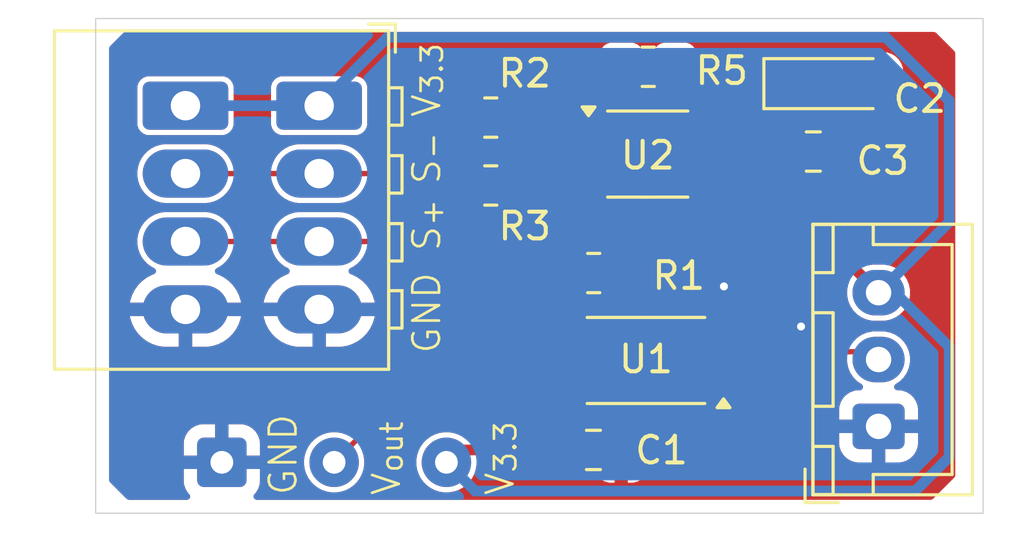
<source format=kicad_pcb>
(kicad_pcb (version 20241229) (generator "pcbnew") (generator_version "9.0")
  (layers (0 "F.Cu" signal) (2 "B.Cu" signal) (13 "F.Paste" user) (15 "B.Paste" user) (5 "F.SilkS" user "F.Silkscreen") (7 "B.SilkS" user "B.Silkscreen") (1 "F.Mask" user) (3 "B.Mask" user) (25 "Edge.Cuts" user))
  (net 0 "")
  (net 1 "V_{3.3}")
  (net 2 "GND")
  (net 3 "V_{out}")
  (net 4 "Net-(J3-Pin_2)")
  (net 5 "Net-(R5-Pad1)")
  (net 6 "Net-(U1B-+)")
  (net 7 "Net-(U1A--)")
  (net 8 "Net-(R5-Pad2)")
  (net 9 "S_{+}")
  (net 10 "S_{-}")
  (net 11 "Net-(R1-Pad1)")
  (net 12 "Net-(U2--)")
  (net 13 "Net-(U2-+)")
  (footprint "Package_SO:MSOP-8_3x3mm_P0.65mm" (layer "F.Cu") (at 54.765 52.8)
    (property "Reference" "U2" (at 0 0.05 0) (layer "F.SilkS"))
    (property "Value" "AD623")
    (fp_line (start 0 -1.61) (end -1.5 -1.61) (stroke (width 0.12)) (layer "F.SilkS"))
    (fp_line (start 0 -1.61) (end 1.5 -1.61) (stroke (width 0.12)) (layer "F.SilkS"))
    (fp_line (start 0 1.61) (end -1.5 1.61) (stroke (width 0.12)) (layer "F.SilkS"))
    (fp_line (start 0 1.61) (end 1.5 1.61) (stroke (width 0.12)) (layer "F.SilkS"))
    (fp_poly (pts (xy -2.2125 -1.435) (xy -2.4525 -1.765) (xy -1.9725 -1.765) (xy -2.2125 -1.435)) (stroke (width 0.12)) (fill yes) (layer "F.SilkS"))
    (pad "1" smd roundrect (at -2.1125 -0.975) (size 1.625 0.4) (layers "F.Cu" "F.Mask" "F.Paste") (net 8 "Net-(R5-Pad2)"))
    (pad "2" smd roundrect (at -2.1125 -0.325) (size 1.625 0.4) (layers "F.Cu" "F.Mask" "F.Paste") (net 12 "Net-(U2--)"))
    (pad "3" smd roundrect (at -2.1125 0.325) (size 1.625 0.4) (layers "F.Cu" "F.Mask" "F.Paste") (net 13 "Net-(U2-+)"))
    (pad "4" smd roundrect (at -2.1125 0.975) (size 1.625 0.4) (layers "F.Cu" "F.Mask" "F.Paste") (net 2 "GND"))
    (pad "5" smd roundrect (at 2.1125 0.975) (size 1.625 0.4) (layers "F.Cu" "F.Mask" "F.Paste") (net 7 "Net-(U1A--)"))
    (pad "6" smd roundrect (at 2.1125 0.325) (size 1.625 0.4) (layers "F.Cu" "F.Mask" "F.Paste") (net 11 "Net-(R1-Pad1)"))
    (pad "7" smd roundrect (at 2.1125 -0.325) (size 1.625 0.4) (layers "F.Cu" "F.Mask" "F.Paste") (net 1 "V_{3.3}"))
    (pad "8" smd roundrect (at 2.1125 -0.975) (size 1.625 0.4) (layers "F.Cu" "F.Mask" "F.Paste") (net 5 "Net-(R5-Pad1)"))
  )
  (footprint "Resistor_SMD:R_0805_2012Metric_Pad1.20x1.40mm_HandSolder" (layer "F.Cu") (at 54.785 49.535 180)
    (property "Reference" "R5" (at -2.75 -0.15 0) (layer "F.SilkS"))
    (property "Value" "250")
    (fp_line (start -0.227064 0.735) (end 0.227064 0.735) (stroke (width 0.12)) (layer "F.SilkS"))
    (fp_line (start -0.227064 -0.735) (end 0.227064 -0.735) (stroke (width 0.12)) (layer "F.SilkS"))
    (pad "1" smd roundrect (at -1 0 180) (size 1.2 1.4) (layers "F.Cu" "F.Mask" "F.Paste") (roundrect_rratio 0.208333) (net 5 "Net-(R5-Pad1)"))
    (pad "2" smd roundrect (at 1 0 180) (size 1.2 1.4) (layers "F.Cu" "F.Mask" "F.Paste") (roundrect_rratio 0.208333) (net 8 "Net-(R5-Pad2)"))
  )
  (footprint "TerminalBlock_WAGO:TerminalBlock_WAGO_233-504_2x04_P2.54mm" (layer "F.Cu") (at 42.475 50.99 -90)
    (property "Reference" "J1" (hide yes))
    (property "Value" "Terminal_01x04")
    (fp_line (start -2.8 9.9) (end -2.8 -2.6) (stroke (width 0.12)) (layer "F.SilkS"))
    (fp_line (start 9.86 9.9) (end -2.8 9.9) (stroke (width 0.12)) (layer "F.SilkS"))
    (fp_line (start -2.8 -2.6) (end 9.86 -2.6) (stroke (width 0.12)) (layer "F.SilkS"))
    (fp_line (start 9.86 -2.6) (end 9.86 9.9) (stroke (width 0.12)) (layer "F.SilkS"))
    (fp_line (start -3.05 -2.85) (end -3.05 -1.85) (stroke (width 0.12)) (layer "F.SilkS"))
    (fp_line (start -3.05 -2.85) (end -2 -2.85) (stroke (width 0.12)) (layer "F.SilkS"))
    (fp_rect (start 6.92 -3.098738) (end 8.32 -2.598738) (stroke (width 0.12)) (fill no) (layer "F.SilkS"))
    (fp_rect (start -0.67 -3.1) (end 0.73 -2.6) (stroke (width 0.12)) (fill no) (layer "F.SilkS"))
    (fp_rect (start 1.87 -3.1) (end 3.27 -2.6) (stroke (width 0.12)) (fill no) (layer "F.SilkS"))
    (fp_rect (start 4.41 -3.1) (end 5.81 -2.6) (stroke (width 0.12)) (fill no) (layer "F.SilkS"))
    (pad "1" thru_hole roundrect (at 0 0 270) (size 1.8 3.2) (drill 1.1) (layers "*.Cu" "*.Mask") (roundrect_rratio 0.1388888889) (net 1 "V_{3.3}"))
    (pad "1" thru_hole roundrect (at 0 5 270) (size 1.8 3.2) (drill 1.1) (layers "*.Cu" "*.Mask") (roundrect_rratio 0.1388888889) (net 1 "V_{3.3}"))
    (pad "2" thru_hole oval (at 2.54 0 270) (size 1.8 3.2) (drill 1.1) (layers "*.Cu" "*.Mask") (net 10 "S_{-}"))
    (pad "2" thru_hole oval (at 2.54 5 270) (size 1.8 3.2) (drill 1.1) (layers "*.Cu" "*.Mask") (net 10 "S_{-}"))
    (pad "3" thru_hole oval (at 5.08 0 270) (size 1.8 3.2) (drill 1.1) (layers "*.Cu" "*.Mask") (net 9 "S_{+}"))
    (pad "3" thru_hole oval (at 5.08 5 270) (size 1.8 3.2) (drill 1.1) (layers "*.Cu" "*.Mask") (net 9 "S_{+}"))
    (pad "4" thru_hole oval (at 7.62 0 270) (size 1.8 3.2) (drill 1.1) (layers "*.Cu" "*.Mask") (net 2 "GND"))
    (pad "4" thru_hole oval (at 7.62 5 270) (size 1.8 3.2) (drill 1.1) (layers "*.Cu" "*.Mask") (net 2 "GND"))
  )
  (footprint "Capacitor_Tantalum_SMD:CP_EIA-3216-10_Kemet-I_Pad1.58x1.35mm_HandSolder" (layer "F.Cu") (at 61.595 50.165)
    (property "Reference" "C2" (at 3.345 0.565 0) (layer "F.SilkS"))
    (property "Value" "10u")
    (fp_line (start -2.485 -0.935) (end -2.485 0.935) (stroke (width 0.12)) (layer "F.SilkS"))
    (fp_line (start -2.485 0.935) (end 1.6 0.935) (stroke (width 0.12)) (layer "F.SilkS"))
    (fp_line (start 1.6 -0.935) (end -2.485 -0.935) (stroke (width 0.12)) (layer "F.SilkS"))
    (pad "1" smd roundrect (at -1.4375 0) (size 1.575 1.35) (layers "F.Cu" "F.Mask" "F.Paste") (roundrect_rratio 0.185185) (net 1 "V_{3.3}"))
    (pad "2" smd roundrect (at 1.4375 0) (size 1.575 1.35) (layers "F.Cu" "F.Mask" "F.Paste") (roundrect_rratio 0.185185) (net 2 "GND"))
  )
  (footprint "Resistor_SMD:R_0805_2012Metric_Pad1.20x1.40mm_HandSolder" (layer "F.Cu") (at 52.745 57.25 180)
    (property "Reference" "R1" (at -3.18 -0.1 0) (layer "F.SilkS"))
    (property "Value" "51k")
    (fp_line (start -0.227064 0.735) (end 0.227064 0.735) (stroke (width 0.12)) (layer "F.SilkS"))
    (fp_line (start -0.227064 -0.735) (end 0.227064 -0.735) (stroke (width 0.12)) (layer "F.SilkS"))
    (pad "1" smd roundrect (at -1 0 180) (size 1.2 1.4) (layers "F.Cu" "F.Mask" "F.Paste") (roundrect_rratio 0.208333) (net 11 "Net-(R1-Pad1)"))
    (pad "2" smd roundrect (at 1 0 180) (size 1.2 1.4) (layers "F.Cu" "F.Mask" "F.Paste") (roundrect_rratio 0.208333) (net 6 "Net-(U1B-+)"))
  )
  (footprint "Capacitor_SMD:C_0805_2012Metric_Pad1.18x1.45mm_HandSolder" (layer "F.Cu") (at 52.735 63.8675 180)
    (property "Reference" "C1" (at -2.545 -0.0125 0) (layer "F.SilkS"))
    (property "Value" "0.1u")
    (fp_line (start -0.261252 0.735) (end 0.261252 0.735) (stroke (width 0.12)) (layer "F.SilkS"))
    (fp_line (start -0.261252 -0.735) (end 0.261252 -0.735) (stroke (width 0.12)) (layer "F.SilkS"))
    (pad "1" smd roundrect (at -1.0375 0 180) (size 1.175 1.45) (layers "F.Cu" "F.Mask" "F.Paste") (roundrect_rratio 0.212766) (net 2 "GND"))
    (pad "2" smd roundrect (at 1.0375 0 180) (size 1.175 1.45) (layers "F.Cu" "F.Mask" "F.Paste") (roundrect_rratio 0.212766) (net 1 "V_{3.3}"))
  )
  (footprint "Resistor_SMD:R_0805_2012Metric_Pad1.20x1.40mm_HandSolder" (layer "F.Cu") (at 48.895 51.435)
    (property "Reference" "R2" (at 1.27 -1.65 0) (layer "F.SilkS"))
    (property "Value" "1k")
    (fp_line (start -0.227064 -0.735) (end 0.227064 -0.735) (stroke (width 0.12)) (layer "F.SilkS"))
    (fp_line (start -0.227064 0.735) (end 0.227064 0.735) (stroke (width 0.12)) (layer "F.SilkS"))
    (pad "1" smd roundrect (at -1 0) (size 1.2 1.4) (layers "F.Cu" "F.Mask" "F.Paste") (roundrect_rratio 0.208333) (net 10 "S_{-}"))
    (pad "2" smd roundrect (at 1 0) (size 1.2 1.4) (layers "F.Cu" "F.Mask" "F.Paste") (roundrect_rratio 0.208333) (net 12 "Net-(U2--)"))
  )
  (footprint "Connector_JST:JST_XH_B3B-XH-A_1x03_P2.50mm_Vertical" (layer "F.Cu") (at 63.4 62.985 90)
    (property "Reference" "J3" (hide yes))
    (property "Value" "Conn_01x03_Socket")
    (fp_line (start -1.6 -2.75) (end -2.85 -2.75) (stroke (width 0.12)) (layer "F.SilkS"))
    (fp_line (start -2.85 -2.75) (end -2.85 -1.5) (stroke (width 0.12)) (layer "F.SilkS"))
    (fp_line (start 7.56 -2.46) (end -2.56 -2.46) (stroke (width 0.12)) (layer "F.SilkS"))
    (fp_line (start -2.56 -2.46) (end -2.56 3.51) (stroke (width 0.12)) (layer "F.SilkS"))
    (fp_line (start 7.55 -2.45) (end 5.75 -2.45) (stroke (width 0.12)) (layer "F.SilkS"))
    (fp_line (start 5.75 -2.45) (end 5.75 -1.7) (stroke (width 0.12)) (layer "F.SilkS"))
    (fp_line (start 4.25 -2.45) (end 0.75 -2.45) (stroke (width 0.12)) (layer "F.SilkS"))
    (fp_line (start 0.75 -2.45) (end 0.75 -1.7) (stroke (width 0.12)) (layer "F.SilkS"))
    (fp_line (start -0.75 -2.45) (end -2.55 -2.45) (stroke (width 0.12)) (layer "F.SilkS"))
    (fp_line (start -2.55 -2.45) (end -2.55 -1.7) (stroke (width 0.12)) (layer "F.SilkS"))
    (fp_line (start 7.55 -1.7) (end 7.55 -2.45) (stroke (width 0.12)) (layer "F.SilkS"))
    (fp_line (start 5.75 -1.7) (end 7.55 -1.7) (stroke (width 0.12)) (layer "F.SilkS"))
    (fp_line (start 4.25 -1.7) (end 4.25 -2.45) (stroke (width 0.12)) (layer "F.SilkS"))
    (fp_line (start 0.75 -1.7) (end 4.25 -1.7) (stroke (width 0.12)) (layer "F.SilkS"))
    (fp_line (start -0.75 -1.7) (end -0.75 -2.45) (stroke (width 0.12)) (layer "F.SilkS"))
    (fp_line (start -2.55 -1.7) (end -0.75 -1.7) (stroke (width 0.12)) (layer "F.SilkS"))
    (fp_line (start 7.55 -0.2) (end 6.8 -0.2) (stroke (width 0.12)) (layer "F.SilkS"))
    (fp_line (start 6.8 -0.2) (end 6.8 2.75) (stroke (width 0.12)) (layer "F.SilkS"))
    (fp_line (start -1.8 -0.2) (end -1.8 2.75) (stroke (width 0.12)) (layer "F.SilkS"))
    (fp_line (start -2.55 -0.2) (end -1.8 -0.2) (stroke (width 0.12)) (layer "F.SilkS"))
    (fp_line (start 6.8 2.75) (end 2.5 2.75) (stroke (width 0.12)) (layer "F.SilkS"))
    (fp_line (start -1.8 2.75) (end 2.5 2.75) (stroke (width 0.12)) (layer "F.SilkS"))
    (fp_line (start 7.56 3.51) (end 7.56 -2.46) (stroke (width 0.12)) (layer "F.SilkS"))
    (fp_line (start -2.56 3.51) (end 7.56 3.51) (stroke (width 0.12)) (layer "F.SilkS"))
    (pad "1" thru_hole roundrect (at 0 0 90) (size 1.7 1.95) (drill 0.95) (layers "*.Cu" "*.Mask") (roundrect_rratio 0.147059) (net 2 "GND"))
    (pad "2" thru_hole oval (at 2.5 0 90) (size 1.7 1.95) (drill 0.95) (layers "*.Cu" "*.Mask") (net 4 "Net-(J3-Pin_2)"))
    (pad "3" thru_hole oval (at 5 0 90) (size 1.7 1.95) (drill 0.95) (layers "*.Cu" "*.Mask") (net 1 "V_{3.3}"))
  )
  (footprint "Resistor_SMD:R_0805_2012Metric_Pad1.20x1.40mm_HandSolder" (layer "F.Cu") (at 48.895 53.975)
    (property "Reference" "R3" (at 1.27 1.525 0) (layer "F.SilkS"))
    (property "Value" "1k")
    (fp_line (start -0.227064 -0.735) (end 0.227064 -0.735) (stroke (width 0.12)) (layer "F.SilkS"))
    (fp_line (start -0.227064 0.735) (end 0.227064 0.735) (stroke (width 0.12)) (layer "F.SilkS"))
    (pad "1" smd roundrect (at -1 0) (size 1.2 1.4) (layers "F.Cu" "F.Mask" "F.Paste") (roundrect_rratio 0.208333) (net 9 "S_{+}"))
    (pad "2" smd roundrect (at 1 0) (size 1.2 1.4) (layers "F.Cu" "F.Mask" "F.Paste") (roundrect_rratio 0.208333) (net 13 "Net-(U2-+)"))
  )
  (footprint "Capacitor_SMD:C_0805_2012Metric_Pad1.18x1.45mm_HandSolder" (layer "F.Cu") (at 60.96 52.705)
    (property "Reference" "C3" (at 2.595 0.345 0) (layer "F.SilkS"))
    (property "Value" "0.1u")
    (fp_line (start -0.261252 -0.735) (end 0.261252 -0.735) (stroke (width 0.12)) (layer "F.SilkS"))
    (fp_line (start -0.261252 0.735) (end 0.261252 0.735) (stroke (width 0.12)) (layer "F.SilkS"))
    (pad "1" smd roundrect (at -1.0375 0) (size 1.175 1.45) (layers "F.Cu" "F.Mask" "F.Paste") (roundrect_rratio 0.212766) (net 1 "V_{3.3}"))
    (pad "2" smd roundrect (at 1.0375 0) (size 1.175 1.45) (layers "F.Cu" "F.Mask" "F.Paste") (roundrect_rratio 0.212766) (net 2 "GND"))
  )
  (footprint "Connector_Wire:SolderWire-0.25sqmm_1x03_P4.2mm_D0.65mm_OD1.7mm" (layer "F.Cu") (at 38.835 64.33)
    (property "Reference" "J2" (hide yes))
    (property "Value" "Conn_01x03_Pin")
    (pad "1" thru_hole roundrect (at 0 0) (size 1.85 1.85) (drill 0.85) (layers "*.Cu" "*.Mask") (roundrect_rratio 0.135135) (net 2 "GND"))
    (pad "2" thru_hole circle (at 4.2 0) (size 1.85 1.85) (drill 0.85) (layers "*.Cu" "*.Mask") (net 3 "V_{out}"))
    (pad "3" thru_hole circle (at 8.4 0) (size 1.85 1.85) (drill 0.85) (layers "*.Cu" "*.Mask") (net 1 "V_{3.3}"))
  )
  (footprint "Package_SO:TSSOP-8_4.4x3mm_P0.65mm" (layer "F.Cu") (at 54.7 60.52 180)
    (property "Reference" "U1" (at 0 0.05 180) (layer "F.SilkS"))
    (property "Value" "tlv9152")
    (fp_line (start 0 1.61) (end 2.2 1.61) (stroke (width 0.12)) (layer "F.SilkS"))
    (fp_line (start 0 1.61) (end -2.2 1.61) (stroke (width 0.12)) (layer "F.SilkS"))
    (fp_line (start 0 -1.61) (end 2.2 -1.61) (stroke (width 0.12)) (layer "F.SilkS"))
    (fp_line (start 0 -1.61) (end -2.2 -1.61) (stroke (width 0.12)) (layer "F.SilkS"))
    (fp_poly (pts (xy -2.9 -1.435) (xy -3.14 -1.765) (xy -2.66 -1.765) (xy -2.9 -1.435)) (stroke (width 0.12)) (fill yes) (layer "F.SilkS"))
    (pad "1" smd roundrect (at -2.8625 -0.975 180) (size 1.475 0.4) (layers "F.Cu" "F.Mask" "F.Paste") (net 7 "Net-(U1A--)"))
    (pad "2" smd roundrect (at -2.8625 -0.325 180) (size 1.475 0.4) (layers "F.Cu" "F.Mask" "F.Paste") (net 7 "Net-(U1A--)"))
    (pad "3" smd roundrect (at -2.8625 0.325 180) (size 1.475 0.4) (layers "F.Cu" "F.Mask" "F.Paste") (net 4 "Net-(J3-Pin_2)"))
    (pad "4" smd roundrect (at -2.8625 0.975 180) (size 1.475 0.4) (layers "F.Cu" "F.Mask" "F.Paste") (net 2 "GND"))
    (pad "5" smd roundrect (at 2.8625 0.975 180) (size 1.475 0.4) (layers "F.Cu" "F.Mask" "F.Paste") (net 6 "Net-(U1B-+)"))
    (pad "6" smd roundrect (at 2.8625 0.325 180) (size 1.475 0.4) (layers "F.Cu" "F.Mask" "F.Paste") (net 3 "V_{out}"))
    (pad "7" smd roundrect (at 2.8625 -0.325 180) (size 1.475 0.4) (layers "F.Cu" "F.Mask" "F.Paste") (net 3 "V_{out}"))
    (pad "8" smd roundrect (at 2.8625 -0.975 180) (size 1.475 0.4) (layers "F.Cu" "F.Mask" "F.Paste") (net 1 "V_{3.3}"))
  )
  (gr_rect (start 34.115 47.73) (end 67.31 66.235) (stroke (width 0.05)) (fill no) (layer "Edge.Cuts"))
  (gr_text "S_{+}" (at 47.085 56.5 90) (layer "F.SilkS") (effects (font (size 1 1) (thickness 0.1)) (justify left bottom)))
  (gr_text "V_{3.3}" (at 47.085 51.48 90) (layer "F.SilkS") (effects (font (size 1 1) (thickness 0.1)) (justify left bottom)))
  (gr_text "S_{-}" (at 47.085 54 90) (layer "F.SilkS") (effects (font (size 1 1) (thickness 0.1)) (justify left bottom)))
  (gr_text "GND" (at 47.085 60.33 90) (layer "F.SilkS") (effects (font (size 1 1) (thickness 0.1)) (justify left bottom)))
  (gr_text "V_{out}" (at 45.58 65.63 90) (layer "F.SilkS") (effects (font (size 1 1) (thickness 0.1)) (justify left bottom)))
  (gr_text "GND" (at 41.715 65.63 90) (layer "F.SilkS") (effects (font (size 1 1) (thickness 0.1)) (justify left bottom)))
  (gr_text "V_{3.3}" (at 49.83 65.63 90) (layer "F.SilkS") (effects (font (size 1 1) (thickness 0.1)) (justify left bottom)))
  (segment (start 47.6975 63.8675) (end 51.6975 63.8675) (width 0.4) (layer "F.Cu") (net 1))
  (segment (start 60.1575 52.47) (end 59.9225 52.705) (width 0.4) (layer "F.Cu") (net 1))
  (segment (start 60.1575 50.165) (end 60.1575 52.47) (width 0.4) (layer "F.Cu") (net 1))
  (segment (start 51.8375 63.7275) (end 51.6975 63.8675) (width 0.4) (layer "F.Cu") (net 1))
  (segment (start 59.9225 54.5075) (end 63.4 57.985) (width 0.4) (layer "F.Cu") (net 1))
  (segment (start 56.8775 52.475) (end 59.6925 52.475) (width 0.4) (layer "F.Cu") (net 1))
  (segment (start 51.8375 61.495) (end 51.8375 63.7275) (width 0.4) (layer "F.Cu") (net 1))
  (segment (start 47.235 64.33) (end 47.6975 63.8675) (width 0.4) (layer "F.Cu") (net 1))
  (segment (start 59.9225 52.705) (end 59.9225 54.5075) (width 0.4) (layer "F.Cu") (net 1))
  (segment (start 59.6925 52.475) (end 59.9225 52.705) (width 0.4) (layer "F.Cu") (net 1))
  (segment (start 64.77 65.405) (end 48.31 65.405) (width 0.4) (layer "B.Cu") (net 1))
  (segment (start 45.034 48.431) (end 42.475 50.99) (width 0.4) (layer "B.Cu") (net 1))
  (segment (start 63.4 57.985) (end 66.04 55.345) (width 0.4) (layer "B.Cu") (net 1))
  (segment (start 66.04 64.135) (end 64.77 65.405) (width 0.4) (layer "B.Cu") (net 1))
  (segment (start 66.04 55.345) (end 66.04 50.8) (width 0.4) (layer "B.Cu") (net 1))
  (segment (start 48.31 65.405) (end 47.235 64.33) (width 0.4) (layer "B.Cu") (net 1))
  (segment (start 66.04 50.8) (end 63.671 48.431) (width 0.4) (layer "B.Cu") (net 1))
  (segment (start 66.04 60.0075) (end 66.04 64.135) (width 0.4) (layer "B.Cu") (net 1))
  (segment (start 63.4 57.985) (end 64.0175 57.985) (width 0.4) (layer "B.Cu") (net 1))
  (segment (start 64.0175 57.985) (end 66.04 60.0075) (width 0.4) (layer "B.Cu") (net 1))
  (segment (start 37.475 50.99) (end 42.475 50.99) (width 0.4) (layer "B.Cu") (net 1))
  (segment (start 63.671 48.431) (end 45.034 48.431) (width 0.4) (layer "B.Cu") (net 1))
  (via (at 60.5 59.25) (size 0.6) (drill 0.3) (layers "F.Cu" "B.Cu") (net 2))
  (via (at 57.615 57.75) (size 0.6) (drill 0.3) (layers "F.Cu" "B.Cu") (net 2))
  (segment (start 46.52 60.845) (end 43.035 64.33) (width 0.2) (layer "F.Cu") (net 3))
  (segment (start 51.8375 60.195) (end 51.8375 60.845) (width 0.2) (layer "F.Cu") (net 3))
  (segment (start 51.8375 60.845) (end 46.52 60.845) (width 0.2) (layer "F.Cu") (net 3))
  (segment (start 58.1975 60.195) (end 63.11 60.195) (width 0.2) (layer "F.Cu") (net 4))
  (segment (start 63.11 60.195) (end 63.4 60.485) (width 0.2) (layer "F.Cu") (net 4))
  (segment (start 55.785 50.7325) (end 56.8775 51.825) (width 0.2) (layer "F.Cu") (net 5))
  (segment (start 55.785 49.035) (end 55.785 50.7325) (width 0.2) (layer "F.Cu") (net 5))
  (segment (start 51.745 59.4525) (end 51.8375 59.545) (width 0.2) (layer "F.Cu") (net 6))
  (segment (start 51.745 57.25) (end 51.745 59.4525) (width 0.2) (layer "F.Cu") (net 6))
  (segment (start 55.88 59.899999) (end 56.825001 60.845) (width 0.2) (layer "F.Cu") (net 7))
  (segment (start 55.88 54.7725) (end 56.8775 53.775) (width 0.2) (layer "F.Cu") (net 7))
  (segment (start 56.825001 60.845) (end 57.5625 60.845) (width 0.2) (layer "F.Cu") (net 7))
  (segment (start 57.5625 60.845) (end 57.5625 61.495) (width 0.2) (layer "F.Cu") (net 7))
  (segment (start 55.88 59.899999) (end 55.88 54.7725) (width 0.2) (layer "F.Cu") (net 7))
  (segment (start 52.6525 51.825) (end 53.785 50.6925) (width 0.2) (layer "F.Cu") (net 8))
  (segment (start 53.785 50.6925) (end 53.785 49.035) (width 0.2) (layer "F.Cu") (net 8))
  (segment (start 37.475 56.07) (end 42.475 56.07) (width 0.2) (layer "F.Cu") (net 9))
  (segment (start 42.475 56.07) (end 45.8 56.07) (width 0.2) (layer "F.Cu") (net 9))
  (segment (start 45.8 56.07) (end 47.895 53.975) (width 0.2) (layer "F.Cu") (net 9))
  (segment (start 47.895 51.435) (end 45.8 53.53) (width 0.2) (layer "F.Cu") (net 10))
  (segment (start 37.475 53.53) (end 42.475 53.53) (width 0.2) (layer "F.Cu") (net 10))
  (segment (start 45.8 53.53) (end 42.475 53.53) (width 0.2) (layer "F.Cu") (net 10))
  (segment (start 53.745 57.25) (end 53.745 55.445001) (width 0.2) (layer "F.Cu") (net 11))
  (segment (start 56.065001 53.125) (end 56.8775 53.125) (width 0.2) (layer "F.Cu") (net 11))
  (segment (start 53.745 55.445001) (end 56.065001 53.125) (width 0.2) (layer "F.Cu") (net 11))
  (segment (start 49.895 51.435) (end 50.935 52.475) (width 0.2) (layer "F.Cu") (net 12))
  (segment (start 50.935 52.475) (end 52.6525 52.475) (width 0.2) (layer "F.Cu") (net 12))
  (segment (start 50.745 53.125) (end 52.6525 53.125) (width 0.2) (layer "F.Cu") (net 13))
  (segment (start 49.895 53.975) (end 50.745 53.125) (width 0.2) (layer "F.Cu") (net 13))
  (zone (net 2) (net_name "GND") (layers "F.Cu" "B.Cu") (connect_pads (clearance 0.2)) (min_thickness 0.25) (fill yes (thermal_gap 0.5) (thermal_bridge_width 0.5) (smoothing chamfer) (radius 1))
    (polygon (pts (xy 34.44 47.98) (xy 34.44 65.865) (xy 66.27 65.865) (xy 66.27 47.98)))
  )
)
</source>
